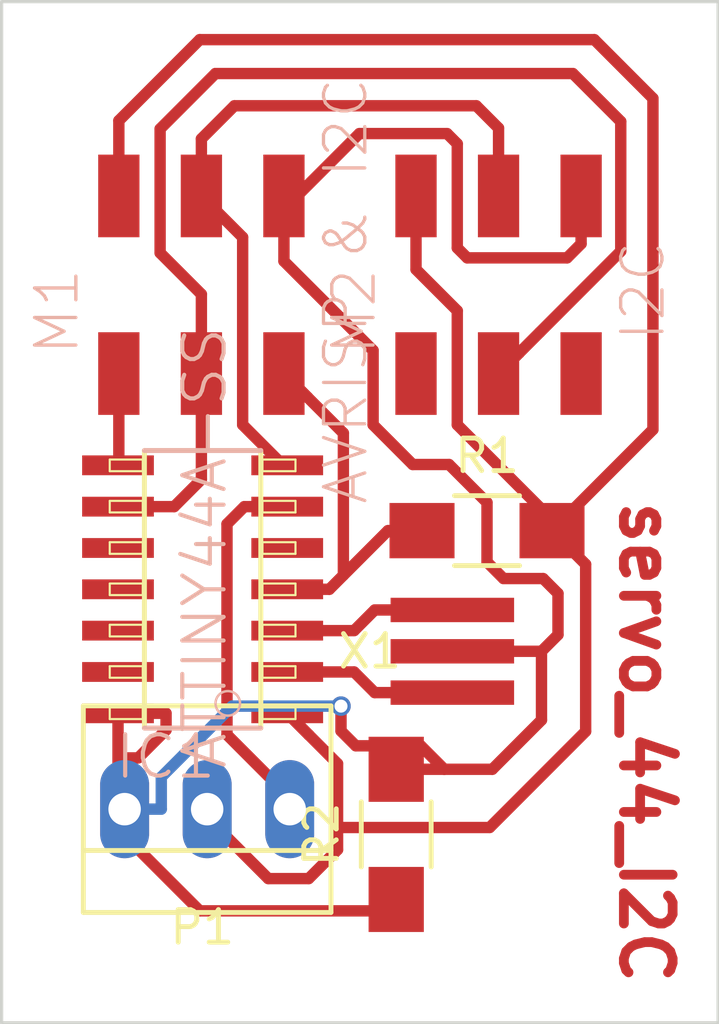
<source format=kicad_pcb>
(kicad_pcb (version 20171130) (host pcbnew "(5.1.12)-1")

  (general
    (thickness 1.6)
    (drawings 10)
    (tracks 128)
    (zones 0)
    (modules 7)
    (nets 17)
  )

  (page A4)
  (layers
    (0 F.Cu signal)
    (31 B.Cu signal)
    (32 B.Adhes user hide)
    (33 F.Adhes user hide)
    (34 B.Paste user hide)
    (35 F.Paste user hide)
    (36 B.SilkS user hide)
    (37 F.SilkS user hide)
    (38 B.Mask user hide)
    (39 F.Mask user hide)
    (40 Dwgs.User user hide)
    (41 Cmts.User user hide)
    (42 Eco1.User user hide)
    (43 Eco2.User user hide)
    (44 Edge.Cuts user)
    (45 Margin user hide)
    (46 B.CrtYd user hide)
    (47 F.CrtYd user hide)
    (48 B.Fab user hide)
    (49 F.Fab user hide)
  )

  (setup
    (last_trace_width 0.35)
    (trace_clearance 0.2)
    (zone_clearance 0.508)
    (zone_45_only no)
    (trace_min 0.2)
    (via_size 0.6)
    (via_drill 0.4)
    (via_min_size 0.4)
    (via_min_drill 0.3)
    (uvia_size 0.3)
    (uvia_drill 0.1)
    (uvias_allowed no)
    (uvia_min_size 0.2)
    (uvia_min_drill 0.1)
    (edge_width 0.1)
    (segment_width 0.2)
    (pcb_text_width 0.3)
    (pcb_text_size 1.5 1.5)
    (mod_edge_width 0.15)
    (mod_text_size 1 1)
    (mod_text_width 0.15)
    (pad_size 2 1.7)
    (pad_drill 0)
    (pad_to_mask_clearance 0)
    (aux_axis_origin 0 0)
    (visible_elements 7FFFFFFF)
    (pcbplotparams
      (layerselection 0x00030_80000001)
      (usegerberextensions false)
      (usegerberattributes true)
      (usegerberadvancedattributes true)
      (creategerberjobfile true)
      (excludeedgelayer true)
      (linewidth 0.100000)
      (plotframeref false)
      (viasonmask false)
      (mode 1)
      (useauxorigin false)
      (hpglpennumber 1)
      (hpglpenspeed 20)
      (hpglpendiameter 15.000000)
      (psnegative false)
      (psa4output false)
      (plotreference true)
      (plotvalue true)
      (plotinvisibletext false)
      (padsonsilk false)
      (subtractmaskfromsilk false)
      (outputformat 1)
      (mirror false)
      (drillshape 1)
      (scaleselection 1)
      (outputdirectory "../"))
  )

  (net 0 "")
  (net 1 +5V)
  (net 2 "Net-(IC1-Pad2)")
  (net 3 "Net-(IC1-Pad3)")
  (net 4 /PB3)
  (net 5 /PA6)
  (net 6 /PA5)
  (net 7 /PA4)
  (net 8 "Net-(IC1-Pad10)")
  (net 9 "Net-(IC1-Pad11)")
  (net 10 "Net-(IC1-Pad12)")
  (net 11 "Net-(IC1-Pad13)")
  (net 12 GND)
  (net 13 "Net-(IC1-Pad5)")
  (net 14 /PA7)
  (net 15 "Net-(M2-Pad1)")
  (net 16 "Net-(M2-Pad5)")

  (net_class Default "This is the default net class."
    (clearance 0.2)
    (trace_width 0.35)
    (via_dia 0.6)
    (via_drill 0.4)
    (uvia_dia 0.3)
    (uvia_drill 0.1)
    (add_net +5V)
    (add_net /PA4)
    (add_net /PA5)
    (add_net /PA6)
    (add_net /PA7)
    (add_net /PB3)
    (add_net GND)
    (add_net "Net-(IC1-Pad10)")
    (add_net "Net-(IC1-Pad11)")
    (add_net "Net-(IC1-Pad12)")
    (add_net "Net-(IC1-Pad13)")
    (add_net "Net-(IC1-Pad2)")
    (add_net "Net-(IC1-Pad3)")
    (add_net "Net-(IC1-Pad5)")
    (add_net "Net-(M2-Pad1)")
    (add_net "Net-(M2-Pad5)")
  )

  (module Resistors_SMD:R_1206_HandSoldering (layer F.Cu) (tedit 572DC187) (tstamp 572DBF55)
    (at 167.183 116.624 90)
    (descr "Resistor SMD 1206, hand soldering")
    (tags "resistor 1206")
    (path /572892C6)
    (attr smd)
    (fp_text reference R2 (at 0 -2.3 90) (layer F.SilkS)
      (effects (font (size 1 1) (thickness 0.15)))
    )
    (fp_text value 0 (at 0 2.3 90) (layer F.Fab)
      (effects (font (size 1 1) (thickness 0.15)))
    )
    (fp_line (start -3.3 -1.2) (end 3.3 -1.2) (layer F.CrtYd) (width 0.05))
    (fp_line (start -3.3 1.2) (end 3.3 1.2) (layer F.CrtYd) (width 0.05))
    (fp_line (start -3.3 -1.2) (end -3.3 1.2) (layer F.CrtYd) (width 0.05))
    (fp_line (start 3.3 -1.2) (end 3.3 1.2) (layer F.CrtYd) (width 0.05))
    (fp_line (start 1 1.075) (end -1 1.075) (layer F.SilkS) (width 0.15))
    (fp_line (start -1 -1.075) (end 1 -1.075) (layer F.SilkS) (width 0.15))
    (pad 2 smd rect (at -2 0 90) (size 2 1.7) (layers F.Cu F.Paste F.Mask)
      (net 12 GND))
    (pad 1 smd rect (at 2 0 90) (size 2 1.7) (layers F.Cu F.Paste F.Mask)
      (net 12 GND))
    (model Resistors_SMD.3dshapes/R_1206_HandSoldering.wrl
      (at (xyz 0 0 0))
      (scale (xyz 1 1 1))
      (rotate (xyz 0 0 0))
    )
  )

  (module fab:fab-SOIC14 (layer F.Cu) (tedit 200000) (tstamp 572DAB88)
    (at 161.226 109.093 90)
    (descr "SMALL OUTLINE PACKAGE")
    (tags "SMALL OUTLINE PACKAGE")
    (path /5728A83D)
    (attr smd)
    (fp_text reference IC1 (at -5.1435 -1.143 180) (layer B.SilkS)
      (effects (font (size 1.27 1.27) (thickness 0.127)))
    )
    (fp_text value ATTINY44A-SS (at 1.27 0.0635 90) (layer B.SilkS)
      (effects (font (size 1.27 1.27) (thickness 0.127)))
    )
    (fp_line (start -3.9878 -1.8415) (end -3.62966 -1.8415) (layer F.SilkS) (width 0.06604))
    (fp_line (start -3.62966 -1.8415) (end -3.62966 -2.8575) (layer F.SilkS) (width 0.06604))
    (fp_line (start -3.9878 -2.8575) (end -3.62966 -2.8575) (layer F.SilkS) (width 0.06604))
    (fp_line (start -3.9878 -1.8415) (end -3.9878 -2.8575) (layer F.SilkS) (width 0.06604))
    (fp_line (start -2.7178 -1.8415) (end -2.3622 -1.8415) (layer F.SilkS) (width 0.06604))
    (fp_line (start -2.3622 -1.8415) (end -2.3622 -2.8575) (layer F.SilkS) (width 0.06604))
    (fp_line (start -2.7178 -2.8575) (end -2.3622 -2.8575) (layer F.SilkS) (width 0.06604))
    (fp_line (start -2.7178 -1.8415) (end -2.7178 -2.8575) (layer F.SilkS) (width 0.06604))
    (fp_line (start -1.4478 -1.8415) (end -1.08966 -1.8415) (layer F.SilkS) (width 0.06604))
    (fp_line (start -1.08966 -1.8415) (end -1.08966 -2.8575) (layer F.SilkS) (width 0.06604))
    (fp_line (start -1.4478 -2.8575) (end -1.08966 -2.8575) (layer F.SilkS) (width 0.06604))
    (fp_line (start -1.4478 -1.8415) (end -1.4478 -2.8575) (layer F.SilkS) (width 0.06604))
    (fp_line (start -0.1778 -1.8415) (end 0.1778 -1.8415) (layer F.SilkS) (width 0.06604))
    (fp_line (start 0.1778 -1.8415) (end 0.1778 -2.8575) (layer F.SilkS) (width 0.06604))
    (fp_line (start -0.1778 -2.8575) (end 0.1778 -2.8575) (layer F.SilkS) (width 0.06604))
    (fp_line (start -0.1778 -1.8415) (end -0.1778 -2.8575) (layer F.SilkS) (width 0.06604))
    (fp_line (start 1.08966 -1.8415) (end 1.4478 -1.8415) (layer F.SilkS) (width 0.06604))
    (fp_line (start 1.4478 -1.8415) (end 1.4478 -2.8575) (layer F.SilkS) (width 0.06604))
    (fp_line (start 1.08966 -2.8575) (end 1.4478 -2.8575) (layer F.SilkS) (width 0.06604))
    (fp_line (start 1.08966 -1.8415) (end 1.08966 -2.8575) (layer F.SilkS) (width 0.06604))
    (fp_line (start 2.3622 -1.8415) (end 2.7178 -1.8415) (layer F.SilkS) (width 0.06604))
    (fp_line (start 2.7178 -1.8415) (end 2.7178 -2.8575) (layer F.SilkS) (width 0.06604))
    (fp_line (start 2.3622 -2.8575) (end 2.7178 -2.8575) (layer F.SilkS) (width 0.06604))
    (fp_line (start 2.3622 -1.8415) (end 2.3622 -2.8575) (layer F.SilkS) (width 0.06604))
    (fp_line (start 3.62966 -1.8415) (end 3.9878 -1.8415) (layer F.SilkS) (width 0.06604))
    (fp_line (start 3.9878 -1.8415) (end 3.9878 -2.8575) (layer F.SilkS) (width 0.06604))
    (fp_line (start 3.62966 -2.8575) (end 3.9878 -2.8575) (layer F.SilkS) (width 0.06604))
    (fp_line (start 3.62966 -1.8415) (end 3.62966 -2.8575) (layer F.SilkS) (width 0.06604))
    (fp_line (start 3.62966 2.8575) (end 3.9878 2.8575) (layer F.SilkS) (width 0.06604))
    (fp_line (start 3.9878 2.8575) (end 3.9878 1.8415) (layer F.SilkS) (width 0.06604))
    (fp_line (start 3.62966 1.8415) (end 3.9878 1.8415) (layer F.SilkS) (width 0.06604))
    (fp_line (start 3.62966 2.8575) (end 3.62966 1.8415) (layer F.SilkS) (width 0.06604))
    (fp_line (start 2.3622 2.8575) (end 2.7178 2.8575) (layer F.SilkS) (width 0.06604))
    (fp_line (start 2.7178 2.8575) (end 2.7178 1.8415) (layer F.SilkS) (width 0.06604))
    (fp_line (start 2.3622 1.8415) (end 2.7178 1.8415) (layer F.SilkS) (width 0.06604))
    (fp_line (start 2.3622 2.8575) (end 2.3622 1.8415) (layer F.SilkS) (width 0.06604))
    (fp_line (start 1.08966 2.8575) (end 1.4478 2.8575) (layer F.SilkS) (width 0.06604))
    (fp_line (start 1.4478 2.8575) (end 1.4478 1.8415) (layer F.SilkS) (width 0.06604))
    (fp_line (start 1.08966 1.8415) (end 1.4478 1.8415) (layer F.SilkS) (width 0.06604))
    (fp_line (start 1.08966 2.8575) (end 1.08966 1.8415) (layer F.SilkS) (width 0.06604))
    (fp_line (start -0.1778 2.8575) (end 0.1778 2.8575) (layer F.SilkS) (width 0.06604))
    (fp_line (start 0.1778 2.8575) (end 0.1778 1.8415) (layer F.SilkS) (width 0.06604))
    (fp_line (start -0.1778 1.8415) (end 0.1778 1.8415) (layer F.SilkS) (width 0.06604))
    (fp_line (start -0.1778 2.8575) (end -0.1778 1.8415) (layer F.SilkS) (width 0.06604))
    (fp_line (start -1.4478 2.8575) (end -1.08966 2.8575) (layer F.SilkS) (width 0.06604))
    (fp_line (start -1.08966 2.8575) (end -1.08966 1.8415) (layer F.SilkS) (width 0.06604))
    (fp_line (start -1.4478 1.8415) (end -1.08966 1.8415) (layer F.SilkS) (width 0.06604))
    (fp_line (start -1.4478 2.8575) (end -1.4478 1.8415) (layer F.SilkS) (width 0.06604))
    (fp_line (start -2.7178 2.8575) (end -2.3622 2.8575) (layer F.SilkS) (width 0.06604))
    (fp_line (start -2.3622 2.8575) (end -2.3622 1.8415) (layer F.SilkS) (width 0.06604))
    (fp_line (start -2.7178 1.8415) (end -2.3622 1.8415) (layer F.SilkS) (width 0.06604))
    (fp_line (start -2.7178 2.8575) (end -2.7178 1.8415) (layer F.SilkS) (width 0.06604))
    (fp_line (start -3.9878 2.8575) (end -3.62966 2.8575) (layer F.SilkS) (width 0.06604))
    (fp_line (start -3.62966 2.8575) (end -3.62966 1.8415) (layer F.SilkS) (width 0.06604))
    (fp_line (start -3.9878 1.8415) (end -3.62966 1.8415) (layer F.SilkS) (width 0.06604))
    (fp_line (start -3.9878 2.8575) (end -3.9878 1.8415) (layer F.SilkS) (width 0.06604))
    (fp_line (start -4.26466 1.7907) (end 4.26466 1.7907) (layer F.SilkS) (width 0.1524))
    (fp_line (start 4.26466 1.7907) (end 4.26466 -1.7907) (layer B.SilkS) (width 0.1524))
    (fp_line (start 4.26466 -1.7907) (end -4.26466 -1.7907) (layer F.SilkS) (width 0.1524))
    (fp_line (start -4.26466 -1.7907) (end -4.26466 1.7907) (layer B.SilkS) (width 0.1524))
    (fp_circle (center -3.5052 0.7747) (end -3.7719 1.0414) (layer B.SilkS) (width 0.0762))
    (pad 1 smd rect (at -3.81 2.6035 90) (size 0.6096 2.20726) (layers F.Cu F.Paste F.Mask)
      (net 1 +5V))
    (pad 2 smd rect (at -2.54 2.6035 90) (size 0.6096 2.20726) (layers F.Cu F.Paste F.Mask)
      (net 2 "Net-(IC1-Pad2)"))
    (pad 3 smd rect (at -1.27 2.6035 90) (size 0.6096 2.20726) (layers F.Cu F.Paste F.Mask)
      (net 3 "Net-(IC1-Pad3)"))
    (pad 4 smd rect (at 0 2.6035 90) (size 0.6096 2.20726) (layers F.Cu F.Paste F.Mask)
      (net 4 /PB3))
    (pad 5 smd rect (at 1.27 2.6035 90) (size 0.6096 2.20726) (layers F.Cu F.Paste F.Mask)
      (net 13 "Net-(IC1-Pad5)"))
    (pad 6 smd rect (at 2.54 2.6035 90) (size 0.6096 2.20726) (layers F.Cu F.Paste F.Mask)
      (net 14 /PA7))
    (pad 7 smd rect (at 3.81 2.6035 90) (size 0.6096 2.20726) (layers F.Cu F.Paste F.Mask)
      (net 5 /PA6))
    (pad 8 smd rect (at 3.81 -2.6035 90) (size 0.6096 2.20726) (layers F.Cu F.Paste F.Mask)
      (net 6 /PA5))
    (pad 9 smd rect (at 2.54 -2.6035 90) (size 0.6096 2.20726) (layers F.Cu F.Paste F.Mask)
      (net 7 /PA4))
    (pad 10 smd rect (at 1.27 -2.6035 90) (size 0.6096 2.20726) (layers F.Cu F.Paste F.Mask)
      (net 8 "Net-(IC1-Pad10)"))
    (pad 11 smd rect (at 0 -2.6035 90) (size 0.6096 2.20726) (layers F.Cu F.Paste F.Mask)
      (net 9 "Net-(IC1-Pad11)"))
    (pad 12 smd rect (at -1.27 -2.6035 90) (size 0.6096 2.20726) (layers F.Cu F.Paste F.Mask)
      (net 10 "Net-(IC1-Pad12)"))
    (pad 13 smd rect (at -2.54 -2.6035 90) (size 0.6096 2.20726) (layers F.Cu F.Paste F.Mask)
      (net 11 "Net-(IC1-Pad13)"))
    (pad 14 smd rect (at -3.81 -2.6035 90) (size 0.6096 2.20726) (layers F.Cu F.Paste F.Mask)
      (net 12 GND))
  )

  (module fab:fab-2X03SMD (layer F.Cu) (tedit 200000) (tstamp 572DAB92)
    (at 161.188 99.9236 90)
    (path /5728A1FA)
    (attr smd)
    (fp_text reference M1 (at -0.635 -4.445 90) (layer B.SilkS)
      (effects (font (size 1.27 1.27) (thickness 0.1016)))
    )
    (fp_text value "AVRISP & I2C" (at 0 4.445 90) (layer B.SilkS)
      (effects (font (size 1.27 1.27) (thickness 0.1016)))
    )
    (pad 1 smd rect (at -2.54 -2.54 90) (size 2.54 1.27) (layers F.Cu F.Paste F.Mask)
      (net 6 /PA5))
    (pad 2 smd rect (at 2.91846 -2.54 90) (size 2.54 1.27) (layers F.Cu F.Paste F.Mask)
      (net 1 +5V))
    (pad 3 smd rect (at -2.54 0 90) (size 2.54 1.27) (layers F.Cu F.Paste F.Mask)
      (net 7 /PA4))
    (pad 4 smd rect (at 2.91846 0 90) (size 2.54 1.27) (layers F.Cu F.Paste F.Mask)
      (net 5 /PA6))
    (pad 5 smd rect (at -2.54 2.54 90) (size 2.54 1.27) (layers F.Cu F.Paste F.Mask)
      (net 4 /PB3))
    (pad 6 smd rect (at 2.91846 2.54 90) (size 2.54 1.27) (layers F.Cu F.Paste F.Mask)
      (net 12 GND))
  )

  (module fab:fab-2X03SMD (layer F.Cu) (tedit 200000) (tstamp 572DAB9C)
    (at 170.332 99.9236 90)
    (path /572DA12C)
    (attr smd)
    (fp_text reference M2 (at -0.635 -4.445 90) (layer B.SilkS)
      (effects (font (size 1.27 1.27) (thickness 0.1016)))
    )
    (fp_text value I2C (at 0 4.445 90) (layer B.SilkS)
      (effects (font (size 1.27 1.27) (thickness 0.1016)))
    )
    (pad 1 smd rect (at -2.54 -2.54 90) (size 2.54 1.27) (layers F.Cu F.Paste F.Mask)
      (net 15 "Net-(M2-Pad1)"))
    (pad 2 smd rect (at 2.91846 -2.54 90) (size 2.54 1.27) (layers F.Cu F.Paste F.Mask)
      (net 1 +5V))
    (pad 3 smd rect (at -2.54 0 90) (size 2.54 1.27) (layers F.Cu F.Paste F.Mask)
      (net 7 /PA4))
    (pad 4 smd rect (at 2.91846 0 90) (size 2.54 1.27) (layers F.Cu F.Paste F.Mask)
      (net 5 /PA6))
    (pad 5 smd rect (at -2.54 2.54 90) (size 2.54 1.27) (layers F.Cu F.Paste F.Mask)
      (net 16 "Net-(M2-Pad5)"))
    (pad 6 smd rect (at 2.91846 2.54 90) (size 2.54 1.27) (layers F.Cu F.Paste F.Mask)
      (net 12 GND))
  )

  (module Connect:PINHEAD1-3 (layer F.Cu) (tedit 572DB8F0) (tstamp 572DABA3)
    (at 161.366 115.849 180)
    (path /5728A29E)
    (attr virtual)
    (fp_text reference P1 (at 0.1524 -3.6322 180) (layer F.SilkS)
      (effects (font (size 1 1) (thickness 0.15)))
    )
    (fp_text value CONN_01X03 (at 0 3.81 180) (layer F.Fab)
      (effects (font (size 1 1) (thickness 0.15)))
    )
    (fp_line (start -3.81 -3.175) (end -3.81 3.175) (layer F.SilkS) (width 0.15))
    (fp_line (start 3.81 -3.175) (end 3.81 3.175) (layer F.SilkS) (width 0.15))
    (fp_line (start 3.81 -1.27) (end -3.81 -1.27) (layer F.SilkS) (width 0.15))
    (fp_line (start -3.81 -3.175) (end 3.81 -3.175) (layer F.SilkS) (width 0.15))
    (fp_line (start 3.81 3.175) (end -3.81 3.175) (layer F.SilkS) (width 0.15))
    (pad 1 thru_hole oval (at -2.54 0 180) (size 1.50622 3.01498) (drill 0.99822) (layers *.Cu *.Mask)
      (net 14 /PA7))
    (pad 2 thru_hole oval (at 0 0 180) (size 1.50622 3.01498) (drill 0.99822) (layers *.Cu *.Mask)
      (net 1 +5V))
    (pad 3 thru_hole oval (at 2.54 0 180) (size 1.50622 3.01498) (drill 0.99822) (layers *.Cu *.Mask)
      (net 12 GND))
  )

  (module Resistors_SMD:R_1206_HandSoldering (layer F.Cu) (tedit 572DAC16) (tstamp 572DABA9)
    (at 169.977 107.29)
    (descr "Resistor SMD 1206, hand soldering")
    (tags "resistor 1206")
    (path /572892C6)
    (attr smd)
    (fp_text reference R1 (at 0 -2.3) (layer F.SilkS)
      (effects (font (size 1 1) (thickness 0.15)))
    )
    (fp_text value 10k (at 0 2.3) (layer F.Fab)
      (effects (font (size 1 1) (thickness 0.15)))
    )
    (fp_line (start -3.3 -1.2) (end 3.3 -1.2) (layer F.CrtYd) (width 0.05))
    (fp_line (start -3.3 1.2) (end 3.3 1.2) (layer F.CrtYd) (width 0.05))
    (fp_line (start -3.3 -1.2) (end -3.3 1.2) (layer F.CrtYd) (width 0.05))
    (fp_line (start 3.3 -1.2) (end 3.3 1.2) (layer F.CrtYd) (width 0.05))
    (fp_line (start 1 1.075) (end -1 1.075) (layer F.SilkS) (width 0.15))
    (fp_line (start -1 -1.075) (end 1 -1.075) (layer F.SilkS) (width 0.15))
    (pad 1 smd rect (at -2 0) (size 2 1.7) (layers F.Cu F.Paste F.Mask)
      (net 4 /PB3))
    (pad 2 smd rect (at 2 0) (size 2 1.7) (layers F.Cu F.Paste F.Mask)
      (net 1 +5V))
    (model Resistors_SMD.3dshapes/R_1206_HandSoldering.wrl
      (at (xyz 0 0 0))
      (scale (xyz 1 1 1))
      (rotate (xyz 0 0 0))
    )
  )

  (module fablab-noninventory:Crystal_XC1109CT-ND (layer F.Cu) (tedit 572DAE58) (tstamp 572DABB0)
    (at 168.91 110.998 90)
    (path /5728A4CF)
    (fp_text reference X1 (at 0 -2.54 180) (layer F.SilkS)
      (effects (font (size 1 1) (thickness 0.15)))
    )
    (fp_text value CRYSTAL_SMD (at 0 -3.81 90) (layer F.Fab)
      (effects (font (size 1 1) (thickness 0.15)))
    )
    (pad 2 smd rect (at 0 0 90) (size 0.75 3.8) (layers F.Cu F.Paste F.Mask)
      (net 12 GND))
    (pad 1 smd rect (at 1.27 0 90) (size 0.75 3.8) (layers F.Cu F.Paste F.Mask)
      (net 3 "Net-(IC1-Pad3)"))
    (pad 3 smd rect (at -1.27 0 90) (size 0.75 3.8) (layers F.Cu F.Paste F.Mask)
      (net 2 "Net-(IC1-Pad2)"))
  )

  (gr_line (start 155.0416 91.0336) (end 155.0416 91.1225) (angle 90) (layer Edge.Cuts) (width 0.1))
  (gr_line (start 177.0888 91.0336) (end 155.0416 91.0336) (angle 90) (layer Edge.Cuts) (width 0.1))
  (gr_line (start 177.0888 122.4153) (end 177.0888 91.0336) (angle 90) (layer Edge.Cuts) (width 0.1))
  (gr_line (start 155.0416 122.4153) (end 177.0888 122.4153) (angle 90) (layer Edge.Cuts) (width 0.1))
  (gr_line (start 155.0416 91.1225) (end 155.0416 122.4153) (angle 90) (layer Edge.Cuts) (width 0.1))
  (gr_line (start 135.636 79.756) (end 159.766 79.756) (angle 90) (layer Eco1.User) (width 0.2))
  (gr_line (start 135.636 105.41) (end 135.636 79.756) (angle 90) (layer Eco1.User) (width 0.2))
  (gr_line (start 159.766 105.41) (end 135.636 105.41) (angle 90) (layer Eco1.User) (width 0.2))
  (gr_line (start 159.766 79.756) (end 159.766 105.41) (angle 90) (layer Eco1.User) (width 0.2))
  (gr_text servo_44_I2C (at 174.8663 113.792 270) (layer F.Cu)
    (effects (font (size 1.5 1.5) (thickness 0.3)))
  )

  (segment (start 165.379 116.413) (end 165.379 114.452) (width 0.35) (layer F.Cu) (net 1))
  (segment (start 165.379 114.452) (end 164.4992 113.5722) (width 0.35) (layer F.Cu) (net 1))
  (segment (start 164.4992 113.5722) (end 164.4987 113.5722) (width 0.35) (layer F.Cu) (net 1))
  (segment (start 164.4987 113.5722) (end 163.8295 112.903) (width 0.35) (layer F.Cu) (net 1))
  (segment (start 164.4992 113.5722) (end 163.83 112.903) (width 0.35) (layer F.Cu) (net 1))
  (segment (start 161.366 115.849) (end 161.366 116.103) (width 0.35) (layer F.Cu) (net 1))
  (segment (start 161.366 116.103) (end 163.246 117.983) (width 0.35) (layer F.Cu) (net 1))
  (segment (start 163.246 117.983) (end 164.49 117.983) (width 0.35) (layer F.Cu) (net 1))
  (segment (start 164.49 117.983) (end 165.379 117.094) (width 0.35) (layer F.Cu) (net 1))
  (segment (start 165.379 117.094) (end 165.379 116.413) (width 0.35) (layer F.Cu) (net 1))
  (segment (start 167.792 97.0051) (end 167.46 97.0051) (width 0.35) (layer F.Cu) (net 1))
  (segment (start 167.792 97.0051) (end 167.792 99.2632) (width 0.35) (layer F.Cu) (net 1))
  (segment (start 167.792 99.2632) (end 169.062 100.533) (width 0.35) (layer F.Cu) (net 1))
  (segment (start 169.062 100.533) (end 169.062 104.038) (width 0.35) (layer F.Cu) (net 1))
  (segment (start 169.062 104.038) (end 171.977 106.953) (width 0.35) (layer F.Cu) (net 1))
  (segment (start 171.977 106.953) (end 171.977 107.29) (width 0.35) (layer F.Cu) (net 1))
  (segment (start 158.648 97.0051) (end 158.648 94.6912) (width 0.35) (layer F.Cu) (net 1))
  (segment (start 158.648 94.6912) (end 161.138 92.202) (width 0.35) (layer F.Cu) (net 1))
  (segment (start 161.138 92.202) (end 173.279 92.202) (width 0.35) (layer F.Cu) (net 1))
  (segment (start 173.279 92.202) (end 175.082 94.0054) (width 0.35) (layer F.Cu) (net 1))
  (segment (start 175.082 94.0054) (end 175.082 104.184) (width 0.35) (layer F.Cu) (net 1))
  (segment (start 175.082 104.184) (end 171.977 107.29) (width 0.35) (layer F.Cu) (net 1))
  (segment (start 165.379 116.413) (end 170.058 116.413) (width 0.35) (layer F.Cu) (net 1))
  (segment (start 170.058 116.413) (end 173.012 113.459) (width 0.35) (layer F.Cu) (net 1))
  (segment (start 173.012 113.459) (end 173.012 108.325) (width 0.35) (layer F.Cu) (net 1))
  (segment (start 173.012 108.325) (end 171.977 107.29) (width 0.35) (layer F.Cu) (net 1))
  (segment (start 163.83 111.633) (end 163.8295 111.633) (width 0.35) (layer F.Cu) (net 2))
  (segment (start 163.83 111.633) (end 165.887 111.633) (width 0.35) (layer F.Cu) (net 2))
  (segment (start 165.887 111.633) (end 166.522 112.268) (width 0.35) (layer F.Cu) (net 2))
  (segment (start 166.522 112.268) (end 168.91 112.268) (width 0.35) (layer F.Cu) (net 2))
  (segment (start 163.83 110.363) (end 163.8295 110.363) (width 0.35) (layer F.Cu) (net 3))
  (segment (start 168.91 109.728) (end 166.522 109.728) (width 0.35) (layer F.Cu) (net 3))
  (segment (start 166.522 109.728) (end 165.887 110.363) (width 0.35) (layer F.Cu) (net 3))
  (segment (start 165.887 110.363) (end 163.83 110.363) (width 0.35) (layer F.Cu) (net 3))
  (segment (start 163.83 109.093) (end 163.8295 109.093) (width 0.35) (layer F.Cu) (net 4))
  (segment (start 165.557 108.661) (end 165.125 109.093) (width 0.35) (layer F.Cu) (net 4))
  (segment (start 165.125 109.093) (end 163.83 109.093) (width 0.35) (layer F.Cu) (net 4))
  (segment (start 164.4596 103.1952) (end 163.728 102.4636) (width 0.35) (layer F.Cu) (net 4))
  (segment (start 164.4596 103.1952) (end 165.557 104.292) (width 0.35) (layer F.Cu) (net 4))
  (segment (start 165.557 104.292) (end 165.557 108.661) (width 0.35) (layer F.Cu) (net 4))
  (segment (start 163.728 102.464) (end 164.4596 103.1952) (width 0.35) (layer F.Cu) (net 4))
  (segment (start 167.977 107.29) (end 166.929 107.29) (width 0.35) (layer F.Cu) (net 4))
  (segment (start 166.929 107.29) (end 165.557 108.661) (width 0.35) (layer F.Cu) (net 4))
  (segment (start 163.8295 105.283) (end 163.703 105.283) (width 0.35) (layer F.Cu) (net 5))
  (segment (start 163.703 105.283) (end 162.458 104.038) (width 0.35) (layer F.Cu) (net 5))
  (segment (start 162.458 104.038) (end 162.458 98.2751) (width 0.35) (layer F.Cu) (net 5))
  (segment (start 162.458 98.2751) (end 161.188 97.0051) (width 0.35) (layer F.Cu) (net 5))
  (segment (start 163.83 105.283) (end 163.8295 105.283) (width 0.35) (layer F.Cu) (net 5))
  (segment (start 161.188 97.0051) (end 161.188 95.25) (width 0.35) (layer F.Cu) (net 5))
  (segment (start 161.188 95.25) (end 162.204 94.234) (width 0.35) (layer F.Cu) (net 5))
  (segment (start 162.204 94.234) (end 169.647 94.234) (width 0.35) (layer F.Cu) (net 5))
  (segment (start 169.647 94.234) (end 170.332 94.9198) (width 0.35) (layer F.Cu) (net 5))
  (segment (start 170.332 94.9198) (end 170.332 97.0051) (width 0.35) (layer F.Cu) (net 5))
  (segment (start 158.6355 105.2705) (end 158.635 105.2705) (width 0.35) (layer F.Cu) (net 6))
  (segment (start 158.635 105.2705) (end 158.6225 105.283) (width 0.35) (layer F.Cu) (net 6))
  (segment (start 158.6355 105.2705) (end 158.623 105.283) (width 0.35) (layer F.Cu) (net 6))
  (segment (start 158.648 102.464) (end 158.648 105.258) (width 0.35) (layer F.Cu) (net 6))
  (segment (start 158.648 105.258) (end 158.6355 105.2705) (width 0.35) (layer F.Cu) (net 6))
  (segment (start 158.648 102.464) (end 158.648 102.4636) (width 0.35) (layer F.Cu) (net 6))
  (segment (start 158.623 106.553) (end 158.6225 106.553) (width 0.35) (layer F.Cu) (net 7))
  (segment (start 161.188 102.4636) (end 161.188 105.715) (width 0.35) (layer F.Cu) (net 7))
  (segment (start 161.188 105.715) (end 160.35 106.553) (width 0.35) (layer F.Cu) (net 7))
  (segment (start 160.35 106.553) (end 158.623 106.553) (width 0.35) (layer F.Cu) (net 7))
  (segment (start 170.967 101.829) (end 170.9666 101.829) (width 0.35) (layer F.Cu) (net 7))
  (segment (start 170.9666 101.829) (end 170.332 102.4636) (width 0.35) (layer F.Cu) (net 7))
  (segment (start 170.967 101.829) (end 171.602 101.194) (width 0.35) (layer F.Cu) (net 7))
  (segment (start 171.602 101.194) (end 174.092 98.7044) (width 0.35) (layer F.Cu) (net 7))
  (segment (start 174.092 98.7044) (end 174.092 94.7166) (width 0.35) (layer F.Cu) (net 7))
  (segment (start 174.092 94.7166) (end 172.618 93.2434) (width 0.35) (layer F.Cu) (net 7))
  (segment (start 172.618 93.2434) (end 161.62 93.2434) (width 0.35) (layer F.Cu) (net 7))
  (segment (start 161.62 93.2434) (end 159.918 94.9452) (width 0.35) (layer F.Cu) (net 7))
  (segment (start 159.918 94.9452) (end 159.918 98.7552) (width 0.35) (layer F.Cu) (net 7))
  (segment (start 159.918 98.7552) (end 161.188 100.025) (width 0.35) (layer F.Cu) (net 7))
  (segment (start 161.188 100.025) (end 161.188 102.4636) (width 0.35) (layer F.Cu) (net 7))
  (segment (start 170.332 102.464) (end 170.967 101.829) (width 0.35) (layer F.Cu) (net 7))
  (segment (start 158.6225 112.903) (end 160.1012 112.903) (width 0.35) (layer F.Cu) (net 12))
  (segment (start 158.623 114.2745) (end 159.2439 114.2745) (width 0.35) (layer F.Cu) (net 12))
  (segment (start 159.2439 114.2745) (end 160.1012 113.4172) (width 0.35) (layer F.Cu) (net 12))
  (segment (start 160.1012 113.4172) (end 160.1012 112.903) (width 0.35) (layer F.Cu) (net 12))
  (segment (start 158.623 114.2745) (end 158.623 115.646) (width 0.35) (layer F.Cu) (net 12))
  (segment (start 158.623 115.646) (end 158.826 115.849) (width 0.35) (layer F.Cu) (net 12))
  (segment (start 158.623 112.903) (end 158.623 114.2745) (width 0.35) (layer F.Cu) (net 12))
  (segment (start 158.826 115.849) (end 159.9542 115.849) (width 0.35) (layer B.Cu) (net 12))
  (segment (start 165.4842 112.6827) (end 162.1333 112.6827) (width 0.35) (layer B.Cu) (net 12))
  (segment (start 162.1333 112.6827) (end 159.9542 114.8618) (width 0.35) (layer B.Cu) (net 12))
  (segment (start 159.9542 114.8618) (end 159.9542 115.849) (width 0.35) (layer B.Cu) (net 12))
  (segment (start 168.6615 114.624) (end 167.9393 113.9018) (width 0.35) (layer F.Cu) (net 12))
  (segment (start 167.9393 113.9018) (end 165.939 113.9018) (width 0.35) (layer F.Cu) (net 12))
  (segment (start 165.939 113.9018) (end 165.4842 113.447) (width 0.35) (layer F.Cu) (net 12))
  (segment (start 165.4842 113.447) (end 165.4842 112.6827) (width 0.35) (layer F.Cu) (net 12))
  (segment (start 168.6615 114.624) (end 170.14 114.624) (width 0.35) (layer F.Cu) (net 12))
  (segment (start 170.14 114.624) (end 171.653 113.111) (width 0.35) (layer F.Cu) (net 12))
  (segment (start 171.653 113.111) (end 171.653 110.998) (width 0.35) (layer F.Cu) (net 12))
  (segment (start 167.183 114.624) (end 168.6615 114.624) (width 0.35) (layer F.Cu) (net 12))
  (segment (start 171.653 110.998) (end 172.161 110.49) (width 0.35) (layer F.Cu) (net 12))
  (segment (start 172.161 110.49) (end 172.161 109.22) (width 0.35) (layer F.Cu) (net 12))
  (segment (start 172.161 109.22) (end 171.704 108.763) (width 0.35) (layer F.Cu) (net 12))
  (segment (start 171.704 108.763) (end 170.485 108.763) (width 0.35) (layer F.Cu) (net 12))
  (segment (start 170.485 108.763) (end 169.977 108.255) (width 0.35) (layer F.Cu) (net 12))
  (segment (start 169.977 108.255) (end 169.977 106.426) (width 0.35) (layer F.Cu) (net 12))
  (segment (start 169.977 106.426) (end 168.808 105.258) (width 0.35) (layer F.Cu) (net 12))
  (segment (start 168.808 105.258) (end 167.691 105.258) (width 0.35) (layer F.Cu) (net 12))
  (segment (start 167.691 105.258) (end 166.472 104.038) (width 0.35) (layer F.Cu) (net 12))
  (segment (start 166.472 104.038) (end 166.472 101.752) (width 0.35) (layer F.Cu) (net 12))
  (segment (start 166.472 101.752) (end 163.728 99.0092) (width 0.35) (layer F.Cu) (net 12))
  (segment (start 163.728 99.0092) (end 163.728 97.0051) (width 0.35) (layer F.Cu) (net 12))
  (segment (start 168.91 110.998) (end 171.653 110.998) (width 0.35) (layer F.Cu) (net 12))
  (segment (start 163.728 97.0051) (end 164.132 97.0051) (width 0.35) (layer F.Cu) (net 12))
  (segment (start 164.132 97.0051) (end 166.049 95.0888) (width 0.35) (layer F.Cu) (net 12))
  (segment (start 166.049 95.0888) (end 168.749 95.0888) (width 0.35) (layer F.Cu) (net 12))
  (segment (start 168.749 95.0888) (end 169.062 95.4024) (width 0.35) (layer F.Cu) (net 12))
  (segment (start 169.062 95.4024) (end 169.062 98.6028) (width 0.35) (layer F.Cu) (net 12))
  (segment (start 169.062 98.6028) (end 169.367 98.9076) (width 0.35) (layer F.Cu) (net 12))
  (segment (start 169.367 98.9076) (end 172.441 98.9076) (width 0.35) (layer F.Cu) (net 12))
  (segment (start 172.441 98.9076) (end 172.872 98.4758) (width 0.35) (layer F.Cu) (net 12))
  (segment (start 172.872 98.4758) (end 172.872 97.0051) (width 0.35) (layer F.Cu) (net 12))
  (segment (start 158.826 115.849) (end 158.826 116.764) (width 0.35) (layer F.Cu) (net 12))
  (segment (start 158.826 115.849) (end 158.826 116.662) (width 0.35) (layer F.Cu) (net 12))
  (segment (start 158.826 116.662) (end 161.138 118.974) (width 0.35) (layer F.Cu) (net 12))
  (segment (start 161.138 118.974) (end 166.833 118.974) (width 0.35) (layer F.Cu) (net 12))
  (segment (start 166.833 118.974) (end 167.183 118.624) (width 0.35) (layer F.Cu) (net 12))
  (via (at 165.4842 112.6827) (size 0.6) (layers F.Cu B.Cu) (net 12))
  (segment (start 163.8295 106.553) (end 163.83 106.553) (width 0.35) (layer F.Cu) (net 14))
  (segment (start 163.906 115.849) (end 163.906 115.494) (width 0.35) (layer F.Cu) (net 14))
  (segment (start 163.906 115.494) (end 161.976 113.563) (width 0.35) (layer F.Cu) (net 14))
  (segment (start 161.976 113.563) (end 161.976 107.086) (width 0.35) (layer F.Cu) (net 14))
  (segment (start 161.976 107.086) (end 162.509 106.553) (width 0.35) (layer F.Cu) (net 14))
  (segment (start 162.509 106.553) (end 163.8295 106.553) (width 0.35) (layer F.Cu) (net 14))

)

</source>
